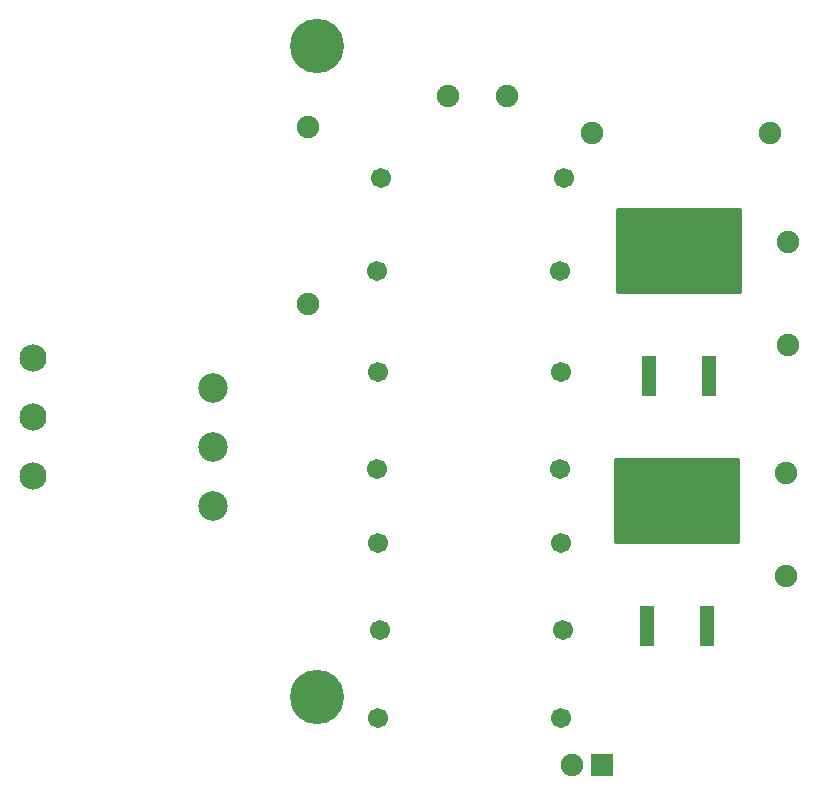
<source format=gts>
G04 Layer: TopSolderMaskLayer*
G04 EasyEDA Pro v2.1.64.d1969c9c.217bcf, 2024-09-27 00:26:44*
G04 Gerber Generator version 0.3*
G04 Scale: 100 percent, Rotated: No, Reflected: No*
G04 Dimensions in millimeters*
G04 Leading zeros omitted, absolute positions, 3 integers and 5 decimals*
%FSLAX35Y35*%
%MOMM*%
%AMRoundRect*1,1,$1,$2,$3*1,1,$1,$4,$5*1,1,$1,0-$2,0-$3*1,1,$1,0-$4,0-$5*20,1,$1,$2,$3,$4,$5,0*20,1,$1,$4,$5,0-$2,0-$3,0*20,1,$1,0-$2,0-$3,0-$4,0-$5,0*20,1,$1,0-$4,0-$5,$2,$3,0*4,1,4,$2,$3,$4,$5,0-$2,0-$3,0-$4,0-$5,$2,$3,0*%
%ADD10C,1.9016*%
%ADD11RoundRect,0.09388X-0.57086X-1.68313X-0.57086X1.68313*%
%ADD12RoundRect,0.1002X-5.2839X-3.59096X-5.2839X3.59096*%
%ADD13C,1.7016*%
%ADD14C,4.602*%
%ADD15RoundRect,0.09645X0.90257X-0.90257X-0.90257X-0.90257*%
%ADD16C,2.3016*%
%ADD17C,2.5016*%
G75*


G04 Pad Start*
G54D10*
G01X7175500Y3165500D03*
G01X7175500Y2295500D03*
G01X7188200Y5121300D03*
G01X7188200Y4251300D03*
G54D11*
G01X6015225Y3990431D03*
G01X6523225Y3990431D03*
G54D12*
G01X6269225Y5047579D03*
G54D11*
G01X5994408Y1871731D03*
G01X6502408Y1871731D03*
G54D12*
G01X6248408Y2928879D03*
G54D13*
G01X5270805Y1092200D03*
G01X3720795Y1092200D03*
G01X5283505Y1841500D03*
G01X3733495Y1841500D03*
G01X5258105Y3200400D03*
G01X3708095Y3200400D03*
G01X3720795Y2578100D03*
G01X5270805Y2578100D03*
G01X5267635Y4020299D03*
G01X3717625Y4020299D03*
G01X3708095Y4876800D03*
G01X5258105Y4876800D03*
G54D10*
G01X4809236Y6362700D03*
G01X4309364Y6362700D03*
G01X3124200Y6096711D03*
G01X3124200Y4596689D03*
G01X7036511Y6045200D03*
G01X5536489Y6045200D03*
G54D13*
G01X5296205Y5664200D03*
G01X3746195Y5664200D03*
G54D14*
G01X3206712Y6782689D03*
G01X3206712Y1268717D03*
G54D10*
G01X5359400Y698500D03*
G54D15*
G01X5613400Y698500D03*
G54D16*
G01X800100Y4142900D03*
G01X800100Y3642901D03*
G01X800100Y3142899D03*
G54D17*
G01X2324100Y2892900D03*
G01X2324100Y3392899D03*
G01X2324100Y3892901D03*
G04 Pad End*

M02*

</source>
